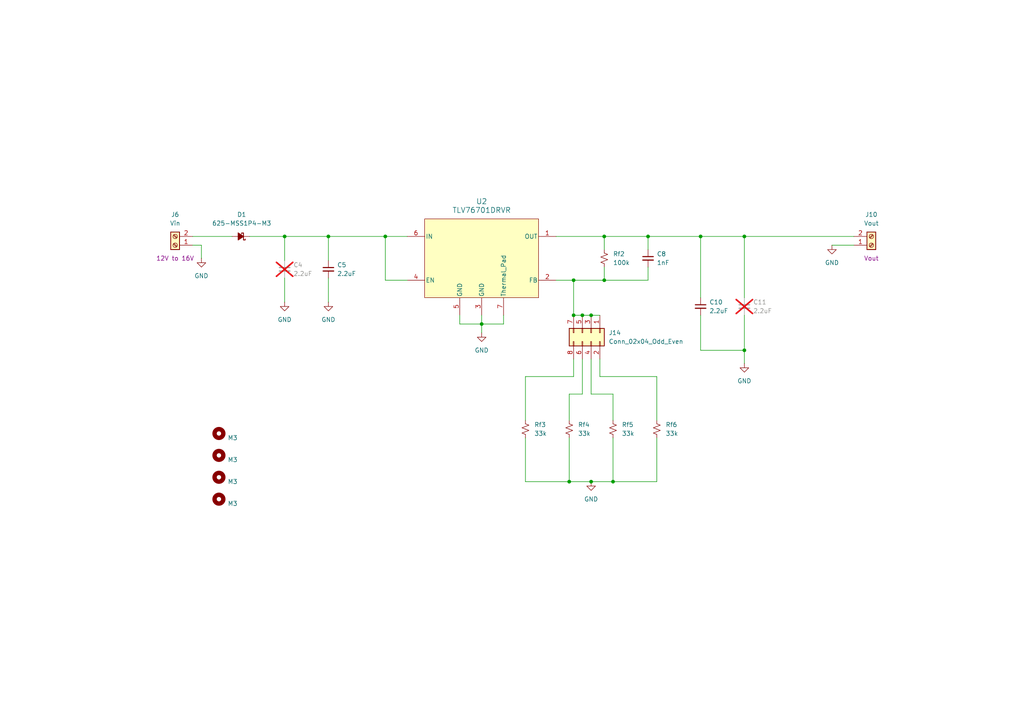
<source format=kicad_sch>
(kicad_sch (version 20231120) (generator "eeschema") (generator_version "8.0")
  (paper "A4")
  (lib_symbols
    (symbol "Connector:Screw_Terminal_01x02" (pin_names (offset 1.016) hide)
      (property "Reference" "J" (at 0 2.54 0))
      (property "Value" "Screw_Terminal_01x02" (at 0 -5.08 0))
      (symbol "Screw_Terminal_01x02_1_1"
        (rectangle (start -1.27 1.27) (end 1.27 -3.81) (stroke (width 0.254)) (fill (type background)))
        (circle (center 0 -2.54) (radius 0.635) (stroke (width 0.1524)))
        (polyline (pts (xy -0.5334 -2.2098) (xy 0.3302 -3.048)) (stroke (width 0.1524)))
        (polyline (pts (xy -0.5334 0.3302) (xy 0.3302 -0.508)) (stroke (width 0.1524)))
        (polyline (pts (xy -0.3556 -2.032) (xy 0.508 -2.8702)) (stroke (width 0.1524)))
        (polyline (pts (xy -0.3556 0.508) (xy 0.508 -0.3302)) (stroke (width 0.1524)))
        (circle (center 0 0) (radius 0.635) (stroke (width 0.1524)))
        (pin passive line (at -5.08 0 0) (length 3.81) (name "Pin_1") (number "1"))
        (pin passive line (at -5.08 -2.54 0) (length 3.81) (name "Pin_2") (number "2"))
      )
    )
    (symbol "Connector_Generic:Conn_02x04_Odd_Even" (pin_names (offset 1.016) hide)
      (property "Reference" "J" (at 1.27 5.08 0))
      (property "Value" "Conn_02x04_Odd_Even" (at 1.27 -7.62 0))
      (symbol "Conn_02x04_Odd_Even_1_1"
        (rectangle (start -1.27 -4.953) (end 0 -5.207) (stroke (width 0.1524)))
        (rectangle (start -1.27 -2.413) (end 0 -2.667) (stroke (width 0.1524)))
        (rectangle (start -1.27 0.127) (end 0 -0.127) (stroke (width 0.1524)))
        (rectangle (start -1.27 2.667) (end 0 2.413) (stroke (width 0.1524)))
        (rectangle (start -1.27 3.81) (end 3.81 -6.35) (stroke (width 0.254)) (fill (type background)))
        (rectangle (start 3.81 -4.953) (end 2.54 -5.207) (stroke (width 0.1524)))
        (rectangle (start 3.81 -2.413) (end 2.54 -2.667) (stroke (width 0.1524)))
        (rectangle (start 3.81 0.127) (end 2.54 -0.127) (stroke (width 0.1524)))
        (rectangle (start 3.81 2.667) (end 2.54 2.413) (stroke (width 0.1524)))
        (pin passive line (at -5.08 2.54 0) (length 3.81) (name "Pin_1") (number "1"))
        (pin passive line (at 7.62 2.54 180) (length 3.81) (name "Pin_2") (number "2"))
        (pin passive line (at -5.08 0 0) (length 3.81) (name "Pin_3") (number "3"))
        (pin passive line (at 7.62 0 180) (length 3.81) (name "Pin_4") (number "4"))
        (pin passive line (at -5.08 -2.54 0) (length 3.81) (name "Pin_5") (number "5"))
        (pin passive line (at 7.62 -2.54 180) (length 3.81) (name "Pin_6") (number "6"))
        (pin passive line (at -5.08 -5.08 0) (length 3.81) (name "Pin_7") (number "7"))
        (pin passive line (at 7.62 -5.08 180) (length 3.81) (name "Pin_8") (number "8"))
      )
    )
    (symbol "Device:C_Small" (pin_numbers hide) (pin_names (offset 0.254) hide)
      (property "Reference" "C" (at 0.254 1.778 0))
      (property "Value" "C_Small" (at 0.254 -2.032 0))
      (symbol "C_Small_0_1"
        (polyline (pts (xy -1.524 -0.508) (xy 1.524 -0.508)) (stroke (width 0.3302)))
        (polyline (pts (xy -1.524 0.508) (xy 1.524 0.508)) (stroke (width 0.3048)))
      )
      (symbol "C_Small_1_1"
        (pin passive line (at 0 2.54 270) (length 2.032) (name "~") (number "1"))
        (pin passive line (at 0 -2.54 90) (length 2.032) (name "~") (number "2"))
      )
    )
    (symbol "Device:D_Schottky_Small_Filled" (pin_numbers hide) (pin_names (offset 0.254) hide)
      (property "Reference" "D" (at -1.27 2.032 0))
      (property "Value" "D_Schottky_Small_Filled" (at -7.112 -2.032 0))
      (symbol "D_Schottky_Small_Filled_0_1"
        (polyline (pts (xy -0.762 0) (xy 0.762 0)))
        (polyline (pts (xy 0.762 -1.016) (xy -0.762 0) (xy 0.762 1.016) (xy 0.762 -1.016)) (stroke (width 0.254)) (fill (type outline)))
        (polyline (pts (xy -1.27 0.762) (xy -1.27 1.016) (xy -0.762 1.016) (xy -0.762 -1.016) (xy -0.254 -1.016) (xy -0.254 -0.762)) (stroke (width 0.254)))
      )
      (symbol "D_Schottky_Small_Filled_1_1"
        (pin passive line (at -2.54 0 0) (length 1.778) (name "K") (number "1"))
        (pin passive line (at 2.54 0 180) (length 1.778) (name "A") (number "2"))
      )
    )
    (symbol "Device:R_Small_US" (pin_numbers hide) (pin_names (offset 0.254) hide)
      (property "Reference" "R" (at 0.762 0.508 0))
      (property "Value" "R_Small_US" (at 0.762 -1.016 0))
      (symbol "R_Small_US_1_1"
        (polyline (pts (xy 0 0) (xy 1.016 -0.381) (xy 0 -0.762) (xy -1.016 -1.143) (xy 0 -1.524)))
        (polyline (pts (xy 0 1.524) (xy 1.016 1.143) (xy 0 0.762) (xy -1.016 0.381) (xy 0 0)))
        (pin passive line (at 0 2.54 270) (length 1.016) (name "~") (number "1"))
        (pin passive line (at 0 -2.54 90) (length 1.016) (name "~") (number "2"))
      )
    )
    (symbol "LumiCom_TIA:TLV76701DRVR" (pin_names (offset 0.254))
      (property "Reference" "U" (at -21.59 10.16 0))
      (property "Value" "TLV76701DRVR" (at 0.254 19.812 0))
      (symbol "TLV76701DRVR_0_1"
        (pin output line (at 21.59 7.62 180) (length 5.08) (name "OUT") (number "1"))
        (pin input line (at 21.59 -5.08 180) (length 5.08) (name "FB") (number "2"))
        (pin power_in line (at 0 -15.24 90) (length 5.08) (name "GND") (number "3"))
        (pin input line (at -21.59 -5.08 0) (length 5.08) (name "EN") (number "4"))
        (pin power_in line (at -6.35 -15.24 90) (length 5.08) (name "GND") (number "5"))
        (pin power_in line (at -21.59 7.62 0) (length 5.08) (name "IN") (number "6"))
        (pin bidirectional line (at 6.35 -15.24 90) (length 5.08) (name "Thermal_Pad") (number "7"))
      )
      (symbol "TLV76701DRVR_1_1"
        (rectangle (start -16.51 12.7) (end 16.51 -10.16) (fill (type background)))
      )
    )
    (symbol "Mechanical:MountingHole" (pin_names (offset 1.016)) (exclude_from_sim yes) (in_bom no)
      (property "Reference" "H" (at 0 5.08 0))
      (property "Value" "MountingHole" (at 0 3.175 0))
      (symbol "MountingHole_0_1"
        (circle (center 0 0) (radius 1.27) (stroke (width 1.27)))
      )
    )
    (symbol "power:GND" (power) (pin_numbers hide) (pin_names (offset 0) hide)
      (property "Value" "GND" (at 0 -3.81 0))
      (symbol "GND_0_1"
        (polyline (pts (xy 0 0) (xy 0 -1.27) (xy 1.27 -1.27) (xy 0 -2.54) (xy -1.27 -1.27) (xy 0 -1.27)))
      )
      (symbol "GND_1_1"
        (pin power_in line (at 0 0 270) (length 0) (name "~") (number "1"))
      )
    )
  )
  (junction (at 168.91 91.44))
  (junction (at 187.96 68.58))
  (junction (at 203.2 68.58))
  (junction (at 111.76 68.58))
  (junction (at 215.9 68.58))
  (junction (at 171.45 139.7))
  (junction (at 177.8 139.7))
  (junction (at 166.37 91.44))
  (junction (at 175.26 68.58))
  (junction (at 139.7 93.98))
  (junction (at 166.37 81.28))
  (junction (at 95.25 68.58))
  (junction (at 165.1 139.7))
  (junction (at 175.26 81.28))
  (junction (at 82.55 68.58))
  (junction (at 215.9 101.6))
  (junction (at 171.45 91.44))
  (wire (pts (xy 177.8 127) (xy 177.8 139.7)))
  (wire (pts (xy 166.37 81.28) (xy 161.29 81.28)))
  (wire (pts (xy 203.2 91.44) (xy 203.2 101.6)))
  (wire (pts (xy 165.1 127) (xy 165.1 139.7)))
  (wire (pts (xy 139.7 93.98) (xy 146.05 93.98)))
  (wire (pts (xy 171.45 114.3) (xy 171.45 104.14)))
  (wire (pts (xy 241.3 71.12) (xy 247.65 71.12)))
  (wire (pts (xy 152.4 109.22) (xy 166.37 109.22)))
  (wire (pts (xy 187.96 68.58) (xy 203.2 68.58)))
  (wire (pts (xy 152.4 139.7) (xy 165.1 139.7)))
  (wire (pts (xy 187.96 77.47) (xy 187.96 81.28)))
  (wire (pts (xy 177.8 139.7) (xy 171.45 139.7)))
  (wire (pts (xy 95.25 68.58) (xy 111.76 68.58)))
  (wire (pts (xy 215.9 91.44) (xy 215.9 101.6)))
  (wire (pts (xy 111.76 81.28) (xy 111.76 68.58)))
  (wire (pts (xy 187.96 68.58) (xy 187.96 72.39)))
  (wire (pts (xy 177.8 121.92) (xy 177.8 114.3)))
  (wire (pts (xy 187.96 81.28) (xy 175.26 81.28)))
  (wire (pts (xy 95.25 80.645) (xy 95.25 87.63)))
  (wire (pts (xy 190.5 139.7) (xy 177.8 139.7)))
  (wire (pts (xy 215.9 68.58) (xy 203.2 68.58)))
  (wire (pts (xy 171.45 91.44) (xy 173.99 91.44)))
  (wire (pts (xy 55.88 68.58) (xy 67.31 68.58)))
  (wire (pts (xy 82.55 68.58) (xy 82.55 75.565)))
  (wire (pts (xy 82.55 68.58) (xy 95.25 68.58)))
  (wire (pts (xy 139.7 91.44) (xy 139.7 93.98)))
  (wire (pts (xy 72.39 68.58) (xy 82.55 68.58)))
  (wire (pts (xy 203.2 68.58) (xy 203.2 86.36)))
  (wire (pts (xy 133.35 93.98) (xy 139.7 93.98)))
  (wire (pts (xy 161.29 68.58) (xy 175.26 68.58)))
  (wire (pts (xy 173.99 109.22) (xy 173.99 104.14)))
  (wire (pts (xy 165.1 114.3) (xy 168.91 114.3)))
  (wire (pts (xy 166.37 91.44) (xy 166.37 81.28)))
  (wire (pts (xy 175.26 68.58) (xy 175.26 72.39)))
  (wire (pts (xy 139.7 96.52) (xy 139.7 93.98)))
  (wire (pts (xy 175.26 77.47) (xy 175.26 81.28)))
  (wire (pts (xy 111.76 68.58) (xy 118.11 68.58)))
  (wire (pts (xy 166.37 91.44) (xy 168.91 91.44)))
  (wire (pts (xy 55.88 71.12) (xy 58.42 71.12)))
  (wire (pts (xy 133.35 91.44) (xy 133.35 93.98)))
  (wire (pts (xy 82.55 80.645) (xy 82.55 87.63)))
  (wire (pts (xy 177.8 114.3) (xy 171.45 114.3)))
  (wire (pts (xy 203.2 101.6) (xy 215.9 101.6)))
  (wire (pts (xy 215.9 68.58) (xy 215.9 86.36)))
  (wire (pts (xy 166.37 81.28) (xy 175.26 81.28)))
  (wire (pts (xy 146.05 93.98) (xy 146.05 91.44)))
  (wire (pts (xy 190.5 109.22) (xy 173.99 109.22)))
  (wire (pts (xy 215.9 105.41) (xy 215.9 101.6)))
  (wire (pts (xy 168.91 114.3) (xy 168.91 104.14)))
  (wire (pts (xy 58.42 71.12) (xy 58.42 74.93)))
  (wire (pts (xy 118.11 81.28) (xy 111.76 81.28)))
  (wire (pts (xy 152.4 127) (xy 152.4 139.7)))
  (wire (pts (xy 165.1 139.7) (xy 171.45 139.7)))
  (wire (pts (xy 168.91 91.44) (xy 171.45 91.44)))
  (wire (pts (xy 190.5 127) (xy 190.5 139.7)))
  (wire (pts (xy 165.1 121.92) (xy 165.1 114.3)))
  (wire (pts (xy 166.37 109.22) (xy 166.37 104.14)))
  (wire (pts (xy 190.5 121.92) (xy 190.5 109.22)))
  (wire (pts (xy 95.25 68.58) (xy 95.25 75.565)))
  (wire (pts (xy 152.4 121.92) (xy 152.4 109.22)))
  (wire (pts (xy 215.9 68.58) (xy 247.65 68.58)))
  (wire (pts (xy 175.26 68.58) (xy 187.96 68.58)))
  (symbol (lib_id "Mechanical:MountingHole") (at 63.5 138.43 0) (unit 1) (exclude_from_sim yes) (in_bom no)
    (property "Reference" "H11" (effects (hide yes)))
    (property "Value" "M3" (at 66.04 139.6999 0) (effects (justify left)))
    (property "Footprint" "MountingHole:MountingHole_3.2mm_M3_DIN965" (effects (hide yes)))
    (property "Description" "Mounting Hole without connection" (effects (hide yes)))
  )
  (symbol (lib_id "Device:R_Small_US") (at 190.5 124.46 180) (unit 1)
    (property "Reference" "Rf6" (at 193.04 123.1899 0) (effects (justify right)))
    (property "Value" "33k" (at 193.04 125.7299 0) (effects (justify right)))
    (property "Footprint" "Resistor_SMD:R_0603_1608Metric_Pad0.98x0.95mm_HandSolder" (effects (hide yes)))
    (property "Description" "Resistor, small US symbol" (effects (hide yes)))
  )
  (symbol (lib_id "Device:C_Small") (at 203.2 88.9 0) (unit 1)
    (property "Reference" "C10" (at 205.74 87.6362 0) (effects (justify left)))
    (property "Value" "2.2uF" (at 205.74 90.1762 0) (effects (justify left)))
    (property "Footprint" "Capacitor_SMD:C_0603_1608Metric_Pad1.08x0.95mm_HandSolder" (effects (hide yes)))
    (property "Description" "Unpolarized capacitor, small symbol" (effects (hide yes)))
  )
  (symbol (lib_id "LumiCom_TIA:TLV76701DRVR") (at 139.7 76.2 0) (unit 1)
    (property "Reference" "U2" (at 139.7 58.42 0) (effects (font (size 1.524 1.524))))
    (property "Value" "TLV76701DRVR" (at 139.7 60.96 0) (effects (font (size 1.524 1.524))))
    (property "Footprint" "LumiCom_TIA:DRV0006A-MFG" (effects (hide yes)))
    (property "Datasheet" "TLV76701DRVR" (effects (hide yes)))
  )
  (symbol (lib_id "Connector:Screw_Terminal_01x02") (at 252.73 71.12 0) (mirror x) (unit 1)
    (property "Reference" "J10" (at 252.73 62.23 0))
    (property "Value" "Vout" (at 252.73 64.77 0))
    (property "Footprint" "TerminalBlock_Phoenix:TerminalBlock_Phoenix_MKDS-1,5-2-5.08_1x02_P5.08mm_Horizontal" (effects (hide yes)))
    (property "Description" "Vout" (at 252.73 74.93 0))
  )
  (symbol (lib_id "power:GND") (at 215.9 105.41 0) (unit 1)
    (property "Reference" "#PWR022" (effects (hide yes)))
    (property "Value" "GND" (at 215.9 110.49 0))
    (property "Description" "Power symbol creates a global label with name \"GND\" , ground" (effects (hide yes)))
  )
  (symbol (lib_id "Device:D_Schottky_Small_Filled") (at 69.85 68.58 180) (unit 1)
    (property "Reference" "D1" (at 70.104 62.23 0))
    (property "Value" "625-MSS1P4-M3" (at 70.104 64.77 0))
    (property "Footprint" "LumiCom_TIA:DIODE_MSP3V3" (effects (hide yes)))
    (property "Description" "Schottky diode, small symbol, filled shape" (effects (hide yes)))
  )
  (symbol (lib_id "Connector:Screw_Terminal_01x02") (at 50.8 71.12 180) (unit 1)
    (property "Reference" "J6" (at 50.8 62.23 0))
    (property "Value" "Vin" (at 50.8 64.77 0))
    (property "Footprint" "TerminalBlock_Phoenix:TerminalBlock_Phoenix_MKDS-1,5-2-5.08_1x02_P5.08mm_Horizontal" (effects (hide yes)))
    (property "Description" "12V to 16V" (at 50.8 74.93 0))
  )
  (symbol (lib_id "Device:R_Small_US") (at 175.26 74.93 180) (unit 1)
    (property "Reference" "Rf2" (at 177.8 73.6599 0) (effects (justify right)))
    (property "Value" "100k" (at 177.8 76.1999 0) (effects (justify right)))
    (property "Footprint" "Resistor_SMD:R_0603_1608Metric_Pad0.98x0.95mm_HandSolder" (effects (hide yes)))
    (property "Description" "Resistor, small US symbol" (effects (hide yes)))
  )
  (symbol (lib_id "power:GND") (at 95.25 87.63 0) (unit 1)
    (property "Reference" "#PWR014" (effects (hide yes)))
    (property "Value" "GND" (at 95.25 92.71 0))
    (property "Description" "Power symbol creates a global label with name \"GND\" , ground" (effects (hide yes)))
  )
  (symbol (lib_id "Mechanical:MountingHole") (at 63.5 132.08 0) (unit 1) (exclude_from_sim yes) (in_bom no)
    (property "Reference" "H10" (effects (hide yes)))
    (property "Value" "M3" (at 66.04 133.3499 0) (effects (justify left)))
    (property "Footprint" "MountingHole:MountingHole_3.2mm_M3_DIN965" (effects (hide yes)))
    (property "Description" "Mounting Hole without connection" (effects (hide yes)))
  )
  (symbol (lib_id "Device:R_Small_US") (at 177.8 124.46 180) (unit 1)
    (property "Reference" "Rf5" (at 180.34 123.1899 0) (effects (justify right)))
    (property "Value" "33k" (at 180.34 125.7299 0) (effects (justify right)))
    (property "Footprint" "Resistor_SMD:R_0603_1608Metric_Pad0.98x0.95mm_HandSolder" (effects (hide yes)))
    (property "Description" "Resistor, small US symbol" (effects (hide yes)))
  )
  (symbol (lib_id "Device:R_Small_US") (at 152.4 124.46 180) (unit 1)
    (property "Reference" "Rf3" (at 154.94 123.1899 0) (effects (justify right)))
    (property "Value" "33k" (at 154.94 125.7299 0) (effects (justify right)))
    (property "Footprint" "Resistor_SMD:R_0603_1608Metric_Pad0.98x0.95mm_HandSolder" (effects (hide yes)))
    (property "Description" "Resistor, small US symbol" (effects (hide yes)))
  )
  (symbol (lib_id "Device:C_Small") (at 95.25 78.105 0) (unit 1)
    (property "Reference" "C5" (at 97.79 76.8412 0) (effects (justify left)))
    (property "Value" "2.2uF" (at 97.79 79.3812 0) (effects (justify left)))
    (property "Footprint" "Capacitor_SMD:C_0603_1608Metric_Pad1.08x0.95mm_HandSolder" (effects (hide yes)))
    (property "Description" "Unpolarized capacitor, small symbol" (effects (hide yes)))
  )
  (symbol (lib_id "Device:C_Small") (at 82.55 78.105 0) (unit 1) (exclude_from_sim yes) (in_bom no) (dnp yes)
    (property "Reference" "C4" (at 85.09 76.8412 0) (effects (justify left)))
    (property "Value" "2.2uF" (at 85.09 79.3812 0) (effects (justify left)))
    (property "Footprint" "Capacitor_SMD:C_0603_1608Metric_Pad1.08x0.95mm_HandSolder" (effects (hide yes)))
    (property "Description" "Unpolarized capacitor, small symbol" (effects (hide yes)))
  )
  (symbol (lib_id "Mechanical:MountingHole") (at 63.5 144.78 0) (unit 1) (exclude_from_sim yes) (in_bom no)
    (property "Reference" "H12" (effects (hide yes)))
    (property "Value" "M3" (at 66.04 146.0499 0) (effects (justify left)))
    (property "Footprint" "MountingHole:MountingHole_3.2mm_M3_DIN965" (effects (hide yes)))
    (property "Description" "Mounting Hole without connection" (effects (hide yes)))
  )
  (symbol (lib_id "Connector_Generic:Conn_02x04_Odd_Even") (at 171.45 96.52 270) (unit 1)
    (property "Reference" "J14" (at 176.53 96.5199 90) (effects (justify left)))
    (property "Value" "Conn_02x04_Odd_Even" (at 176.53 99.0599 90) (effects (justify left)))
    (property "Footprint" "Connector_PinHeader_2.54mm:PinHeader_2x04_P2.54mm_Vertical" (effects (hide yes)))
    (property "Description" "Generic connector, double row, 02x04, odd/even pin numbering scheme (row 1 odd numbers, row 2 even numbers), script generated (kicad-library-utils/schlib/autogen/connector/)" (effects (hide yes)))
  )
  (symbol (lib_id "Device:R_Small_US") (at 165.1 124.46 180) (unit 1)
    (property "Reference" "Rf4" (at 167.64 123.1899 0) (effects (justify right)))
    (property "Value" "33k" (at 167.64 125.7299 0) (effects (justify right)))
    (property "Footprint" "Resistor_SMD:R_0603_1608Metric_Pad0.98x0.95mm_HandSolder" (effects (hide yes)))
    (property "Description" "Resistor, small US symbol" (effects (hide yes)))
  )
  (symbol (lib_id "power:GND") (at 58.42 74.93 0) (unit 1)
    (property "Reference" "#PWR012" (effects (hide yes)))
    (property "Value" "GND" (at 58.42 80.01 0))
    (property "Description" "Power symbol creates a global label with name \"GND\" , ground" (effects (hide yes)))
  )
  (symbol (lib_id "power:GND") (at 82.55 87.63 0) (unit 1)
    (property "Reference" "#PWR013" (effects (hide yes)))
    (property "Value" "GND" (at 82.55 92.71 0))
    (property "Description" "Power symbol creates a global label with name \"GND\" , ground" (effects (hide yes)))
  )
  (symbol (lib_id "power:GND") (at 241.3 71.12 0) (unit 1)
    (property "Reference" "#PWR026" (effects (hide yes)))
    (property "Value" "GND" (at 241.3 76.2 0))
    (property "Description" "Power symbol creates a global label with name \"GND\" , ground" (effects (hide yes)))
  )
  (symbol (lib_id "power:GND") (at 139.7 96.52 0) (unit 1)
    (property "Reference" "#PWR018" (effects (hide yes)))
    (property "Value" "GND" (at 139.7 101.6 0))
    (property "Description" "Power symbol creates a global label with name \"GND\" , ground" (effects (hide yes)))
  )
  (symbol (lib_id "Mechanical:MountingHole") (at 63.5 125.73 0) (unit 1) (exclude_from_sim yes) (in_bom no)
    (property "Reference" "H9" (effects (hide yes)))
    (property "Value" "M3" (at 66.04 126.9999 0) (effects (justify left)))
    (property "Footprint" "MountingHole:MountingHole_3.2mm_M3_DIN965" (effects (hide yes)))
    (property "Description" "Mounting Hole without connection" (effects (hide yes)))
  )
  (symbol (lib_id "Device:C_Small") (at 187.96 74.93 0) (unit 1)
    (property "Reference" "C8" (at 190.5 73.6662 0) (effects (justify left)))
    (property "Value" "1nF" (at 190.5 76.2062 0) (effects (justify left)))
    (property "Footprint" "Capacitor_SMD:C_0603_1608Metric_Pad1.08x0.95mm_HandSolder" (effects (hide yes)))
    (property "Description" "Unpolarized capacitor, small symbol" (effects (hide yes)))
  )
  (symbol (lib_id "power:GND") (at 171.45 139.7 0) (unit 1)
    (property "Reference" "#PWR035" (effects (hide yes)))
    (property "Value" "GND" (at 171.45 144.78 0))
    (property "Description" "Power symbol creates a global label with name \"GND\" , ground" (effects (hide yes)))
  )
  (symbol (lib_id "Device:C_Small") (at 215.9 88.9 0) (unit 1) (exclude_from_sim yes) (in_bom no) (dnp yes)
    (property "Reference" "C11" (at 218.44 87.6362 0) (effects (justify left)))
    (property "Value" "2.2uF" (at 218.44 90.1762 0) (effects (justify left)))
    (property "Footprint" "Capacitor_SMD:C_0603_1608Metric_Pad1.08x0.95mm_HandSolder" (effects (hide yes)))
    (property "Description" "Unpolarized capacitor, small symbol" (effects (hide yes)))
  )
)
</source>
